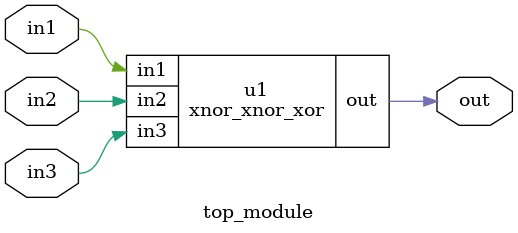
<source format=sv>
module xnor_xnor_xor(
  input in1,
  input in2,
  input in3,
  output out
);

  wire xnor_out;
  assign xnor_out = ~(in1 ^ in2);

  xor xor_gate(
    .a(xnor_out),
    .b(in3),
    .out(out)
  );

endmodule
module top_module (
  input in1,
  input in2,
  input in3,
  output out
);
  
  xnor_xnor_xor u1 (
    .in1(in1),
    .in2(in2),
    .in3(in3),
    .out(out)
  );
  
endmodule

</source>
